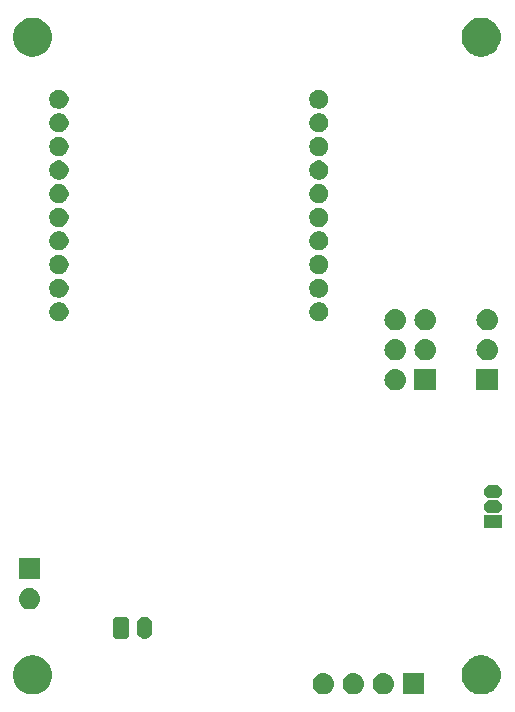
<source format=gbs>
G04 #@! TF.GenerationSoftware,KiCad,Pcbnew,(5.0.1-3-g963ef8bb5)*
G04 #@! TF.CreationDate,2018-11-27T14:45:56+00:00*
G04 #@! TF.ProjectId,xbee-sensor,786265652D73656E736F722E6B696361,rev?*
G04 #@! TF.SameCoordinates,Original*
G04 #@! TF.FileFunction,Soldermask,Bot*
G04 #@! TF.FilePolarity,Negative*
%FSLAX46Y46*%
G04 Gerber Fmt 4.6, Leading zero omitted, Abs format (unit mm)*
G04 Created by KiCad (PCBNEW (5.0.1-3-g963ef8bb5)) date Tuesday, 27 November 2018 at 14:45:56*
%MOMM*%
%LPD*%
G01*
G04 APERTURE LIST*
%ADD10C,0.100000*%
G04 APERTURE END LIST*
D10*
G36*
X149822094Y-150880723D02*
X149981579Y-150912447D01*
X150282042Y-151036903D01*
X150498077Y-151181253D01*
X150552453Y-151217586D01*
X150782414Y-151447547D01*
X150782415Y-151447549D01*
X150963097Y-151717958D01*
X151087553Y-152018421D01*
X151151000Y-152337391D01*
X151151000Y-152662609D01*
X151087553Y-152981579D01*
X150963097Y-153282042D01*
X150866488Y-153426627D01*
X150782414Y-153552453D01*
X150552453Y-153782414D01*
X150498077Y-153818747D01*
X150282042Y-153963097D01*
X149981579Y-154087553D01*
X149822094Y-154119276D01*
X149662610Y-154151000D01*
X149337390Y-154151000D01*
X149177906Y-154119276D01*
X149018421Y-154087553D01*
X148717958Y-153963097D01*
X148501923Y-153818747D01*
X148447547Y-153782414D01*
X148217586Y-153552453D01*
X148133512Y-153426627D01*
X148036903Y-153282042D01*
X147912447Y-152981579D01*
X147849000Y-152662609D01*
X147849000Y-152337391D01*
X147912447Y-152018421D01*
X148036903Y-151717958D01*
X148217585Y-151447549D01*
X148217586Y-151447547D01*
X148447547Y-151217586D01*
X148501923Y-151181253D01*
X148717958Y-151036903D01*
X149018421Y-150912447D01*
X149177906Y-150880723D01*
X149337390Y-150849000D01*
X149662610Y-150849000D01*
X149822094Y-150880723D01*
X149822094Y-150880723D01*
G37*
G36*
X144651000Y-154151000D02*
X142849000Y-154151000D01*
X142849000Y-152349000D01*
X144651000Y-152349000D01*
X144651000Y-154151000D01*
X144651000Y-154151000D01*
G37*
G36*
X141386627Y-152362037D02*
X141556466Y-152413557D01*
X141712988Y-152497220D01*
X141712989Y-152497221D01*
X141712991Y-152497222D01*
X141850185Y-152609815D01*
X141962778Y-152747009D01*
X142046443Y-152903534D01*
X142097963Y-153073373D01*
X142115359Y-153250000D01*
X142097963Y-153426627D01*
X142046443Y-153596466D01*
X141962778Y-153752991D01*
X141850185Y-153890185D01*
X141712991Y-154002778D01*
X141712989Y-154002779D01*
X141712988Y-154002780D01*
X141556466Y-154086443D01*
X141386627Y-154137963D01*
X141254260Y-154151000D01*
X141165740Y-154151000D01*
X141033373Y-154137963D01*
X140863534Y-154086443D01*
X140707012Y-154002780D01*
X140707011Y-154002779D01*
X140707009Y-154002778D01*
X140569815Y-153890185D01*
X140457222Y-153752991D01*
X140373557Y-153596466D01*
X140322037Y-153426627D01*
X140304641Y-153250000D01*
X140322037Y-153073373D01*
X140373557Y-152903534D01*
X140457222Y-152747009D01*
X140569815Y-152609815D01*
X140707009Y-152497222D01*
X140707011Y-152497221D01*
X140707012Y-152497220D01*
X140863534Y-152413557D01*
X141033373Y-152362037D01*
X141165740Y-152349000D01*
X141254260Y-152349000D01*
X141386627Y-152362037D01*
X141386627Y-152362037D01*
G37*
G36*
X138846627Y-152362037D02*
X139016466Y-152413557D01*
X139172988Y-152497220D01*
X139172989Y-152497221D01*
X139172991Y-152497222D01*
X139310185Y-152609815D01*
X139422778Y-152747009D01*
X139506443Y-152903534D01*
X139557963Y-153073373D01*
X139575359Y-153250000D01*
X139557963Y-153426627D01*
X139506443Y-153596466D01*
X139422778Y-153752991D01*
X139310185Y-153890185D01*
X139172991Y-154002778D01*
X139172989Y-154002779D01*
X139172988Y-154002780D01*
X139016466Y-154086443D01*
X138846627Y-154137963D01*
X138714260Y-154151000D01*
X138625740Y-154151000D01*
X138493373Y-154137963D01*
X138323534Y-154086443D01*
X138167012Y-154002780D01*
X138167011Y-154002779D01*
X138167009Y-154002778D01*
X138029815Y-153890185D01*
X137917222Y-153752991D01*
X137833557Y-153596466D01*
X137782037Y-153426627D01*
X137764641Y-153250000D01*
X137782037Y-153073373D01*
X137833557Y-152903534D01*
X137917222Y-152747009D01*
X138029815Y-152609815D01*
X138167009Y-152497222D01*
X138167011Y-152497221D01*
X138167012Y-152497220D01*
X138323534Y-152413557D01*
X138493373Y-152362037D01*
X138625740Y-152349000D01*
X138714260Y-152349000D01*
X138846627Y-152362037D01*
X138846627Y-152362037D01*
G37*
G36*
X136306627Y-152362037D02*
X136476466Y-152413557D01*
X136632988Y-152497220D01*
X136632989Y-152497221D01*
X136632991Y-152497222D01*
X136770185Y-152609815D01*
X136882778Y-152747009D01*
X136966443Y-152903534D01*
X137017963Y-153073373D01*
X137035359Y-153250000D01*
X137017963Y-153426627D01*
X136966443Y-153596466D01*
X136882778Y-153752991D01*
X136770185Y-153890185D01*
X136632991Y-154002778D01*
X136632989Y-154002779D01*
X136632988Y-154002780D01*
X136476466Y-154086443D01*
X136306627Y-154137963D01*
X136174260Y-154151000D01*
X136085740Y-154151000D01*
X135953373Y-154137963D01*
X135783534Y-154086443D01*
X135627012Y-154002780D01*
X135627011Y-154002779D01*
X135627009Y-154002778D01*
X135489815Y-153890185D01*
X135377222Y-153752991D01*
X135293557Y-153596466D01*
X135242037Y-153426627D01*
X135224641Y-153250000D01*
X135242037Y-153073373D01*
X135293557Y-152903534D01*
X135377222Y-152747009D01*
X135489815Y-152609815D01*
X135627009Y-152497222D01*
X135627011Y-152497221D01*
X135627012Y-152497220D01*
X135783534Y-152413557D01*
X135953373Y-152362037D01*
X136085740Y-152349000D01*
X136174260Y-152349000D01*
X136306627Y-152362037D01*
X136306627Y-152362037D01*
G37*
G36*
X111822094Y-150880723D02*
X111981579Y-150912447D01*
X112282042Y-151036903D01*
X112498077Y-151181253D01*
X112552453Y-151217586D01*
X112782414Y-151447547D01*
X112782415Y-151447549D01*
X112963097Y-151717958D01*
X113087553Y-152018421D01*
X113151000Y-152337391D01*
X113151000Y-152662609D01*
X113087553Y-152981579D01*
X112963097Y-153282042D01*
X112866488Y-153426627D01*
X112782414Y-153552453D01*
X112552453Y-153782414D01*
X112498077Y-153818747D01*
X112282042Y-153963097D01*
X111981579Y-154087553D01*
X111822094Y-154119276D01*
X111662610Y-154151000D01*
X111337390Y-154151000D01*
X111177906Y-154119276D01*
X111018421Y-154087553D01*
X110717958Y-153963097D01*
X110501923Y-153818747D01*
X110447547Y-153782414D01*
X110217586Y-153552453D01*
X110133512Y-153426627D01*
X110036903Y-153282042D01*
X109912447Y-152981579D01*
X109849000Y-152662609D01*
X109849000Y-152337391D01*
X109912447Y-152018421D01*
X110036903Y-151717958D01*
X110217585Y-151447549D01*
X110217586Y-151447547D01*
X110447547Y-151217586D01*
X110501923Y-151181253D01*
X110717958Y-151036903D01*
X111018421Y-150912447D01*
X111177906Y-150880723D01*
X111337390Y-150849000D01*
X111662610Y-150849000D01*
X111822094Y-150880723D01*
X111822094Y-150880723D01*
G37*
G36*
X121127617Y-147583420D02*
X121250331Y-147620645D01*
X121363423Y-147681093D01*
X121412989Y-147721771D01*
X121462551Y-147762445D01*
X121462555Y-147762449D01*
X121543905Y-147861573D01*
X121604355Y-147974668D01*
X121641580Y-148097382D01*
X121651000Y-148193025D01*
X121651000Y-148806975D01*
X121641580Y-148902618D01*
X121604355Y-149025332D01*
X121543907Y-149138424D01*
X121462553Y-149237553D01*
X121363424Y-149318907D01*
X121250332Y-149379355D01*
X121127618Y-149416580D01*
X121000000Y-149429149D01*
X120872383Y-149416580D01*
X120749669Y-149379355D01*
X120636577Y-149318907D01*
X120537445Y-149237551D01*
X120456095Y-149138427D01*
X120395645Y-149025332D01*
X120358420Y-148902618D01*
X120349000Y-148806975D01*
X120349000Y-148193026D01*
X120358420Y-148097383D01*
X120395645Y-147974669D01*
X120456093Y-147861577D01*
X120532150Y-147768902D01*
X120537447Y-147762447D01*
X120584862Y-147723534D01*
X120636573Y-147681095D01*
X120749668Y-147620645D01*
X120872382Y-147583420D01*
X121000000Y-147570851D01*
X121127617Y-147583420D01*
X121127617Y-147583420D01*
G37*
G36*
X119456098Y-147578888D02*
X119501466Y-147592650D01*
X119543274Y-147614998D01*
X119579924Y-147645076D01*
X119610002Y-147681726D01*
X119632350Y-147723534D01*
X119646112Y-147768902D01*
X119651000Y-147818536D01*
X119651000Y-149181464D01*
X119646112Y-149231098D01*
X119632350Y-149276466D01*
X119610002Y-149318274D01*
X119579924Y-149354924D01*
X119543274Y-149385002D01*
X119501466Y-149407350D01*
X119456098Y-149421112D01*
X119406464Y-149426000D01*
X118593536Y-149426000D01*
X118543902Y-149421112D01*
X118498534Y-149407350D01*
X118456726Y-149385002D01*
X118420076Y-149354924D01*
X118389998Y-149318274D01*
X118367650Y-149276466D01*
X118353888Y-149231098D01*
X118349000Y-149181464D01*
X118349000Y-147818536D01*
X118353888Y-147768902D01*
X118367650Y-147723534D01*
X118389998Y-147681726D01*
X118420076Y-147645076D01*
X118456726Y-147614998D01*
X118498534Y-147592650D01*
X118543902Y-147578888D01*
X118593536Y-147574000D01*
X119406464Y-147574000D01*
X119456098Y-147578888D01*
X119456098Y-147578888D01*
G37*
G36*
X111426627Y-145152037D02*
X111596466Y-145203557D01*
X111752988Y-145287220D01*
X111752989Y-145287221D01*
X111752991Y-145287222D01*
X111890185Y-145399815D01*
X112002778Y-145537009D01*
X112086443Y-145693534D01*
X112137963Y-145863373D01*
X112155359Y-146040000D01*
X112137963Y-146216627D01*
X112086443Y-146386466D01*
X112002778Y-146542991D01*
X111890185Y-146680185D01*
X111752991Y-146792778D01*
X111752989Y-146792779D01*
X111752988Y-146792780D01*
X111596466Y-146876443D01*
X111426627Y-146927963D01*
X111294260Y-146941000D01*
X111205740Y-146941000D01*
X111073373Y-146927963D01*
X110903534Y-146876443D01*
X110747012Y-146792780D01*
X110747011Y-146792779D01*
X110747009Y-146792778D01*
X110609815Y-146680185D01*
X110497222Y-146542991D01*
X110413557Y-146386466D01*
X110362037Y-146216627D01*
X110344641Y-146040000D01*
X110362037Y-145863373D01*
X110413557Y-145693534D01*
X110497222Y-145537009D01*
X110609815Y-145399815D01*
X110747009Y-145287222D01*
X110747011Y-145287221D01*
X110747012Y-145287220D01*
X110903534Y-145203557D01*
X111073373Y-145152037D01*
X111205740Y-145139000D01*
X111294260Y-145139000D01*
X111426627Y-145152037D01*
X111426627Y-145152037D01*
G37*
G36*
X112151000Y-144401000D02*
X110349000Y-144401000D01*
X110349000Y-142599000D01*
X112151000Y-142599000D01*
X112151000Y-144401000D01*
X112151000Y-144401000D01*
G37*
G36*
X151301000Y-140076000D02*
X149699000Y-140076000D01*
X149699000Y-138924000D01*
X151301000Y-138924000D01*
X151301000Y-140076000D01*
X151301000Y-140076000D01*
G37*
G36*
X150837916Y-137662334D02*
X150946492Y-137695271D01*
X151046557Y-137748756D01*
X151134264Y-137820736D01*
X151206244Y-137908443D01*
X151259729Y-138008508D01*
X151292666Y-138117084D01*
X151303787Y-138230000D01*
X151292666Y-138342916D01*
X151259729Y-138451492D01*
X151206244Y-138551557D01*
X151134264Y-138639264D01*
X151046557Y-138711244D01*
X150946492Y-138764729D01*
X150837916Y-138797666D01*
X150753298Y-138806000D01*
X150246702Y-138806000D01*
X150162084Y-138797666D01*
X150053508Y-138764729D01*
X149953443Y-138711244D01*
X149865736Y-138639264D01*
X149793756Y-138551557D01*
X149740271Y-138451492D01*
X149707334Y-138342916D01*
X149696213Y-138230000D01*
X149707334Y-138117084D01*
X149740271Y-138008508D01*
X149793756Y-137908443D01*
X149865736Y-137820736D01*
X149953443Y-137748756D01*
X150053508Y-137695271D01*
X150162084Y-137662334D01*
X150246702Y-137654000D01*
X150753298Y-137654000D01*
X150837916Y-137662334D01*
X150837916Y-137662334D01*
G37*
G36*
X150837916Y-136392334D02*
X150946492Y-136425271D01*
X151046557Y-136478756D01*
X151134264Y-136550736D01*
X151206244Y-136638443D01*
X151259729Y-136738508D01*
X151292666Y-136847084D01*
X151303787Y-136960000D01*
X151292666Y-137072916D01*
X151259729Y-137181492D01*
X151206244Y-137281557D01*
X151134264Y-137369264D01*
X151046557Y-137441244D01*
X150946492Y-137494729D01*
X150837916Y-137527666D01*
X150753298Y-137536000D01*
X150246702Y-137536000D01*
X150162084Y-137527666D01*
X150053508Y-137494729D01*
X149953443Y-137441244D01*
X149865736Y-137369264D01*
X149793756Y-137281557D01*
X149740271Y-137181492D01*
X149707334Y-137072916D01*
X149696213Y-136960000D01*
X149707334Y-136847084D01*
X149740271Y-136738508D01*
X149793756Y-136638443D01*
X149865736Y-136550736D01*
X149953443Y-136478756D01*
X150053508Y-136425271D01*
X150162084Y-136392334D01*
X150246702Y-136384000D01*
X150753298Y-136384000D01*
X150837916Y-136392334D01*
X150837916Y-136392334D01*
G37*
G36*
X150901000Y-128401000D02*
X149099000Y-128401000D01*
X149099000Y-126599000D01*
X150901000Y-126599000D01*
X150901000Y-128401000D01*
X150901000Y-128401000D01*
G37*
G36*
X142386627Y-126612037D02*
X142556466Y-126663557D01*
X142712988Y-126747220D01*
X142712989Y-126747221D01*
X142712991Y-126747222D01*
X142850185Y-126859815D01*
X142962778Y-126997009D01*
X143046443Y-127153534D01*
X143097963Y-127323373D01*
X143115359Y-127500000D01*
X143097963Y-127676627D01*
X143046443Y-127846466D01*
X142962778Y-128002991D01*
X142850185Y-128140185D01*
X142712991Y-128252778D01*
X142712989Y-128252779D01*
X142712988Y-128252780D01*
X142556466Y-128336443D01*
X142386627Y-128387963D01*
X142254260Y-128401000D01*
X142165740Y-128401000D01*
X142033373Y-128387963D01*
X141863534Y-128336443D01*
X141707012Y-128252780D01*
X141707011Y-128252779D01*
X141707009Y-128252778D01*
X141569815Y-128140185D01*
X141457222Y-128002991D01*
X141373557Y-127846466D01*
X141322037Y-127676627D01*
X141304641Y-127500000D01*
X141322037Y-127323373D01*
X141373557Y-127153534D01*
X141457222Y-126997009D01*
X141569815Y-126859815D01*
X141707009Y-126747222D01*
X141707011Y-126747221D01*
X141707012Y-126747220D01*
X141863534Y-126663557D01*
X142033373Y-126612037D01*
X142165740Y-126599000D01*
X142254260Y-126599000D01*
X142386627Y-126612037D01*
X142386627Y-126612037D01*
G37*
G36*
X145651000Y-128401000D02*
X143849000Y-128401000D01*
X143849000Y-126599000D01*
X145651000Y-126599000D01*
X145651000Y-128401000D01*
X145651000Y-128401000D01*
G37*
G36*
X150176627Y-124072037D02*
X150346466Y-124123557D01*
X150502988Y-124207220D01*
X150502989Y-124207221D01*
X150502991Y-124207222D01*
X150640185Y-124319815D01*
X150752778Y-124457009D01*
X150836443Y-124613534D01*
X150887963Y-124783373D01*
X150905359Y-124960000D01*
X150887963Y-125136627D01*
X150836443Y-125306466D01*
X150752778Y-125462991D01*
X150640185Y-125600185D01*
X150502991Y-125712778D01*
X150502989Y-125712779D01*
X150502988Y-125712780D01*
X150346466Y-125796443D01*
X150176627Y-125847963D01*
X150044260Y-125861000D01*
X149955740Y-125861000D01*
X149823373Y-125847963D01*
X149653534Y-125796443D01*
X149497012Y-125712780D01*
X149497011Y-125712779D01*
X149497009Y-125712778D01*
X149359815Y-125600185D01*
X149247222Y-125462991D01*
X149163557Y-125306466D01*
X149112037Y-125136627D01*
X149094641Y-124960000D01*
X149112037Y-124783373D01*
X149163557Y-124613534D01*
X149247222Y-124457009D01*
X149359815Y-124319815D01*
X149497009Y-124207222D01*
X149497011Y-124207221D01*
X149497012Y-124207220D01*
X149653534Y-124123557D01*
X149823373Y-124072037D01*
X149955740Y-124059000D01*
X150044260Y-124059000D01*
X150176627Y-124072037D01*
X150176627Y-124072037D01*
G37*
G36*
X142386627Y-124072037D02*
X142556466Y-124123557D01*
X142712988Y-124207220D01*
X142712989Y-124207221D01*
X142712991Y-124207222D01*
X142850185Y-124319815D01*
X142962778Y-124457009D01*
X143046443Y-124613534D01*
X143097963Y-124783373D01*
X143115359Y-124960000D01*
X143097963Y-125136627D01*
X143046443Y-125306466D01*
X142962778Y-125462991D01*
X142850185Y-125600185D01*
X142712991Y-125712778D01*
X142712989Y-125712779D01*
X142712988Y-125712780D01*
X142556466Y-125796443D01*
X142386627Y-125847963D01*
X142254260Y-125861000D01*
X142165740Y-125861000D01*
X142033373Y-125847963D01*
X141863534Y-125796443D01*
X141707012Y-125712780D01*
X141707011Y-125712779D01*
X141707009Y-125712778D01*
X141569815Y-125600185D01*
X141457222Y-125462991D01*
X141373557Y-125306466D01*
X141322037Y-125136627D01*
X141304641Y-124960000D01*
X141322037Y-124783373D01*
X141373557Y-124613534D01*
X141457222Y-124457009D01*
X141569815Y-124319815D01*
X141707009Y-124207222D01*
X141707011Y-124207221D01*
X141707012Y-124207220D01*
X141863534Y-124123557D01*
X142033373Y-124072037D01*
X142165740Y-124059000D01*
X142254260Y-124059000D01*
X142386627Y-124072037D01*
X142386627Y-124072037D01*
G37*
G36*
X144926627Y-124072037D02*
X145096466Y-124123557D01*
X145252988Y-124207220D01*
X145252989Y-124207221D01*
X145252991Y-124207222D01*
X145390185Y-124319815D01*
X145502778Y-124457009D01*
X145586443Y-124613534D01*
X145637963Y-124783373D01*
X145655359Y-124960000D01*
X145637963Y-125136627D01*
X145586443Y-125306466D01*
X145502778Y-125462991D01*
X145390185Y-125600185D01*
X145252991Y-125712778D01*
X145252989Y-125712779D01*
X145252988Y-125712780D01*
X145096466Y-125796443D01*
X144926627Y-125847963D01*
X144794260Y-125861000D01*
X144705740Y-125861000D01*
X144573373Y-125847963D01*
X144403534Y-125796443D01*
X144247012Y-125712780D01*
X144247011Y-125712779D01*
X144247009Y-125712778D01*
X144109815Y-125600185D01*
X143997222Y-125462991D01*
X143913557Y-125306466D01*
X143862037Y-125136627D01*
X143844641Y-124960000D01*
X143862037Y-124783373D01*
X143913557Y-124613534D01*
X143997222Y-124457009D01*
X144109815Y-124319815D01*
X144247009Y-124207222D01*
X144247011Y-124207221D01*
X144247012Y-124207220D01*
X144403534Y-124123557D01*
X144573373Y-124072037D01*
X144705740Y-124059000D01*
X144794260Y-124059000D01*
X144926627Y-124072037D01*
X144926627Y-124072037D01*
G37*
G36*
X150176627Y-121532037D02*
X150346466Y-121583557D01*
X150502988Y-121667220D01*
X150502989Y-121667221D01*
X150502991Y-121667222D01*
X150640185Y-121779815D01*
X150752778Y-121917009D01*
X150836443Y-122073534D01*
X150887963Y-122243373D01*
X150905359Y-122420000D01*
X150887963Y-122596627D01*
X150836443Y-122766466D01*
X150752778Y-122922991D01*
X150640185Y-123060185D01*
X150502991Y-123172778D01*
X150502989Y-123172779D01*
X150502988Y-123172780D01*
X150346466Y-123256443D01*
X150176627Y-123307963D01*
X150044260Y-123321000D01*
X149955740Y-123321000D01*
X149823373Y-123307963D01*
X149653534Y-123256443D01*
X149497012Y-123172780D01*
X149497011Y-123172779D01*
X149497009Y-123172778D01*
X149359815Y-123060185D01*
X149247222Y-122922991D01*
X149163557Y-122766466D01*
X149112037Y-122596627D01*
X149094641Y-122420000D01*
X149112037Y-122243373D01*
X149163557Y-122073534D01*
X149247222Y-121917009D01*
X149359815Y-121779815D01*
X149497009Y-121667222D01*
X149497011Y-121667221D01*
X149497012Y-121667220D01*
X149653534Y-121583557D01*
X149823373Y-121532037D01*
X149955740Y-121519000D01*
X150044260Y-121519000D01*
X150176627Y-121532037D01*
X150176627Y-121532037D01*
G37*
G36*
X144926627Y-121532037D02*
X145096466Y-121583557D01*
X145252988Y-121667220D01*
X145252989Y-121667221D01*
X145252991Y-121667222D01*
X145390185Y-121779815D01*
X145502778Y-121917009D01*
X145586443Y-122073534D01*
X145637963Y-122243373D01*
X145655359Y-122420000D01*
X145637963Y-122596627D01*
X145586443Y-122766466D01*
X145502778Y-122922991D01*
X145390185Y-123060185D01*
X145252991Y-123172778D01*
X145252989Y-123172779D01*
X145252988Y-123172780D01*
X145096466Y-123256443D01*
X144926627Y-123307963D01*
X144794260Y-123321000D01*
X144705740Y-123321000D01*
X144573373Y-123307963D01*
X144403534Y-123256443D01*
X144247012Y-123172780D01*
X144247011Y-123172779D01*
X144247009Y-123172778D01*
X144109815Y-123060185D01*
X143997222Y-122922991D01*
X143913557Y-122766466D01*
X143862037Y-122596627D01*
X143844641Y-122420000D01*
X143862037Y-122243373D01*
X143913557Y-122073534D01*
X143997222Y-121917009D01*
X144109815Y-121779815D01*
X144247009Y-121667222D01*
X144247011Y-121667221D01*
X144247012Y-121667220D01*
X144403534Y-121583557D01*
X144573373Y-121532037D01*
X144705740Y-121519000D01*
X144794260Y-121519000D01*
X144926627Y-121532037D01*
X144926627Y-121532037D01*
G37*
G36*
X142386627Y-121532037D02*
X142556466Y-121583557D01*
X142712988Y-121667220D01*
X142712989Y-121667221D01*
X142712991Y-121667222D01*
X142850185Y-121779815D01*
X142962778Y-121917009D01*
X143046443Y-122073534D01*
X143097963Y-122243373D01*
X143115359Y-122420000D01*
X143097963Y-122596627D01*
X143046443Y-122766466D01*
X142962778Y-122922991D01*
X142850185Y-123060185D01*
X142712991Y-123172778D01*
X142712989Y-123172779D01*
X142712988Y-123172780D01*
X142556466Y-123256443D01*
X142386627Y-123307963D01*
X142254260Y-123321000D01*
X142165740Y-123321000D01*
X142033373Y-123307963D01*
X141863534Y-123256443D01*
X141707012Y-123172780D01*
X141707011Y-123172779D01*
X141707009Y-123172778D01*
X141569815Y-123060185D01*
X141457222Y-122922991D01*
X141373557Y-122766466D01*
X141322037Y-122596627D01*
X141304641Y-122420000D01*
X141322037Y-122243373D01*
X141373557Y-122073534D01*
X141457222Y-121917009D01*
X141569815Y-121779815D01*
X141707009Y-121667222D01*
X141707011Y-121667221D01*
X141707012Y-121667220D01*
X141863534Y-121583557D01*
X142033373Y-121532037D01*
X142165740Y-121519000D01*
X142254260Y-121519000D01*
X142386627Y-121532037D01*
X142386627Y-121532037D01*
G37*
G36*
X135987142Y-120968242D02*
X136135101Y-121029529D01*
X136268259Y-121118502D01*
X136381498Y-121231741D01*
X136470471Y-121364899D01*
X136531758Y-121512858D01*
X136563000Y-121669925D01*
X136563000Y-121830075D01*
X136531758Y-121987142D01*
X136470471Y-122135101D01*
X136381498Y-122268259D01*
X136268259Y-122381498D01*
X136135101Y-122470471D01*
X135987142Y-122531758D01*
X135830075Y-122563000D01*
X135669925Y-122563000D01*
X135512858Y-122531758D01*
X135364899Y-122470471D01*
X135231741Y-122381498D01*
X135118502Y-122268259D01*
X135029529Y-122135101D01*
X134968242Y-121987142D01*
X134937000Y-121830075D01*
X134937000Y-121669925D01*
X134968242Y-121512858D01*
X135029529Y-121364899D01*
X135118502Y-121231741D01*
X135231741Y-121118502D01*
X135364899Y-121029529D01*
X135512858Y-120968242D01*
X135669925Y-120937000D01*
X135830075Y-120937000D01*
X135987142Y-120968242D01*
X135987142Y-120968242D01*
G37*
G36*
X113987142Y-120968242D02*
X114135101Y-121029529D01*
X114268259Y-121118502D01*
X114381498Y-121231741D01*
X114470471Y-121364899D01*
X114531758Y-121512858D01*
X114563000Y-121669925D01*
X114563000Y-121830075D01*
X114531758Y-121987142D01*
X114470471Y-122135101D01*
X114381498Y-122268259D01*
X114268259Y-122381498D01*
X114135101Y-122470471D01*
X113987142Y-122531758D01*
X113830075Y-122563000D01*
X113669925Y-122563000D01*
X113512858Y-122531758D01*
X113364899Y-122470471D01*
X113231741Y-122381498D01*
X113118502Y-122268259D01*
X113029529Y-122135101D01*
X112968242Y-121987142D01*
X112937000Y-121830075D01*
X112937000Y-121669925D01*
X112968242Y-121512858D01*
X113029529Y-121364899D01*
X113118502Y-121231741D01*
X113231741Y-121118502D01*
X113364899Y-121029529D01*
X113512858Y-120968242D01*
X113669925Y-120937000D01*
X113830075Y-120937000D01*
X113987142Y-120968242D01*
X113987142Y-120968242D01*
G37*
G36*
X113987142Y-118968242D02*
X114135101Y-119029529D01*
X114268259Y-119118502D01*
X114381498Y-119231741D01*
X114470471Y-119364899D01*
X114531758Y-119512858D01*
X114563000Y-119669925D01*
X114563000Y-119830075D01*
X114531758Y-119987142D01*
X114470471Y-120135101D01*
X114381498Y-120268259D01*
X114268259Y-120381498D01*
X114135101Y-120470471D01*
X113987142Y-120531758D01*
X113830075Y-120563000D01*
X113669925Y-120563000D01*
X113512858Y-120531758D01*
X113364899Y-120470471D01*
X113231741Y-120381498D01*
X113118502Y-120268259D01*
X113029529Y-120135101D01*
X112968242Y-119987142D01*
X112937000Y-119830075D01*
X112937000Y-119669925D01*
X112968242Y-119512858D01*
X113029529Y-119364899D01*
X113118502Y-119231741D01*
X113231741Y-119118502D01*
X113364899Y-119029529D01*
X113512858Y-118968242D01*
X113669925Y-118937000D01*
X113830075Y-118937000D01*
X113987142Y-118968242D01*
X113987142Y-118968242D01*
G37*
G36*
X135987142Y-118968242D02*
X136135101Y-119029529D01*
X136268259Y-119118502D01*
X136381498Y-119231741D01*
X136470471Y-119364899D01*
X136531758Y-119512858D01*
X136563000Y-119669925D01*
X136563000Y-119830075D01*
X136531758Y-119987142D01*
X136470471Y-120135101D01*
X136381498Y-120268259D01*
X136268259Y-120381498D01*
X136135101Y-120470471D01*
X135987142Y-120531758D01*
X135830075Y-120563000D01*
X135669925Y-120563000D01*
X135512858Y-120531758D01*
X135364899Y-120470471D01*
X135231741Y-120381498D01*
X135118502Y-120268259D01*
X135029529Y-120135101D01*
X134968242Y-119987142D01*
X134937000Y-119830075D01*
X134937000Y-119669925D01*
X134968242Y-119512858D01*
X135029529Y-119364899D01*
X135118502Y-119231741D01*
X135231741Y-119118502D01*
X135364899Y-119029529D01*
X135512858Y-118968242D01*
X135669925Y-118937000D01*
X135830075Y-118937000D01*
X135987142Y-118968242D01*
X135987142Y-118968242D01*
G37*
G36*
X113987142Y-116968242D02*
X114135101Y-117029529D01*
X114268259Y-117118502D01*
X114381498Y-117231741D01*
X114470471Y-117364899D01*
X114531758Y-117512858D01*
X114563000Y-117669925D01*
X114563000Y-117830075D01*
X114531758Y-117987142D01*
X114470471Y-118135101D01*
X114381498Y-118268259D01*
X114268259Y-118381498D01*
X114135101Y-118470471D01*
X113987142Y-118531758D01*
X113830075Y-118563000D01*
X113669925Y-118563000D01*
X113512858Y-118531758D01*
X113364899Y-118470471D01*
X113231741Y-118381498D01*
X113118502Y-118268259D01*
X113029529Y-118135101D01*
X112968242Y-117987142D01*
X112937000Y-117830075D01*
X112937000Y-117669925D01*
X112968242Y-117512858D01*
X113029529Y-117364899D01*
X113118502Y-117231741D01*
X113231741Y-117118502D01*
X113364899Y-117029529D01*
X113512858Y-116968242D01*
X113669925Y-116937000D01*
X113830075Y-116937000D01*
X113987142Y-116968242D01*
X113987142Y-116968242D01*
G37*
G36*
X135987142Y-116968242D02*
X136135101Y-117029529D01*
X136268259Y-117118502D01*
X136381498Y-117231741D01*
X136470471Y-117364899D01*
X136531758Y-117512858D01*
X136563000Y-117669925D01*
X136563000Y-117830075D01*
X136531758Y-117987142D01*
X136470471Y-118135101D01*
X136381498Y-118268259D01*
X136268259Y-118381498D01*
X136135101Y-118470471D01*
X135987142Y-118531758D01*
X135830075Y-118563000D01*
X135669925Y-118563000D01*
X135512858Y-118531758D01*
X135364899Y-118470471D01*
X135231741Y-118381498D01*
X135118502Y-118268259D01*
X135029529Y-118135101D01*
X134968242Y-117987142D01*
X134937000Y-117830075D01*
X134937000Y-117669925D01*
X134968242Y-117512858D01*
X135029529Y-117364899D01*
X135118502Y-117231741D01*
X135231741Y-117118502D01*
X135364899Y-117029529D01*
X135512858Y-116968242D01*
X135669925Y-116937000D01*
X135830075Y-116937000D01*
X135987142Y-116968242D01*
X135987142Y-116968242D01*
G37*
G36*
X135987142Y-114968242D02*
X136135101Y-115029529D01*
X136268259Y-115118502D01*
X136381498Y-115231741D01*
X136470471Y-115364899D01*
X136531758Y-115512858D01*
X136563000Y-115669925D01*
X136563000Y-115830075D01*
X136531758Y-115987142D01*
X136470471Y-116135101D01*
X136381498Y-116268259D01*
X136268259Y-116381498D01*
X136135101Y-116470471D01*
X135987142Y-116531758D01*
X135830075Y-116563000D01*
X135669925Y-116563000D01*
X135512858Y-116531758D01*
X135364899Y-116470471D01*
X135231741Y-116381498D01*
X135118502Y-116268259D01*
X135029529Y-116135101D01*
X134968242Y-115987142D01*
X134937000Y-115830075D01*
X134937000Y-115669925D01*
X134968242Y-115512858D01*
X135029529Y-115364899D01*
X135118502Y-115231741D01*
X135231741Y-115118502D01*
X135364899Y-115029529D01*
X135512858Y-114968242D01*
X135669925Y-114937000D01*
X135830075Y-114937000D01*
X135987142Y-114968242D01*
X135987142Y-114968242D01*
G37*
G36*
X113987142Y-114968242D02*
X114135101Y-115029529D01*
X114268259Y-115118502D01*
X114381498Y-115231741D01*
X114470471Y-115364899D01*
X114531758Y-115512858D01*
X114563000Y-115669925D01*
X114563000Y-115830075D01*
X114531758Y-115987142D01*
X114470471Y-116135101D01*
X114381498Y-116268259D01*
X114268259Y-116381498D01*
X114135101Y-116470471D01*
X113987142Y-116531758D01*
X113830075Y-116563000D01*
X113669925Y-116563000D01*
X113512858Y-116531758D01*
X113364899Y-116470471D01*
X113231741Y-116381498D01*
X113118502Y-116268259D01*
X113029529Y-116135101D01*
X112968242Y-115987142D01*
X112937000Y-115830075D01*
X112937000Y-115669925D01*
X112968242Y-115512858D01*
X113029529Y-115364899D01*
X113118502Y-115231741D01*
X113231741Y-115118502D01*
X113364899Y-115029529D01*
X113512858Y-114968242D01*
X113669925Y-114937000D01*
X113830075Y-114937000D01*
X113987142Y-114968242D01*
X113987142Y-114968242D01*
G37*
G36*
X135987142Y-112968242D02*
X136135101Y-113029529D01*
X136268259Y-113118502D01*
X136381498Y-113231741D01*
X136470471Y-113364899D01*
X136531758Y-113512858D01*
X136563000Y-113669925D01*
X136563000Y-113830075D01*
X136531758Y-113987142D01*
X136470471Y-114135101D01*
X136381498Y-114268259D01*
X136268259Y-114381498D01*
X136135101Y-114470471D01*
X135987142Y-114531758D01*
X135830075Y-114563000D01*
X135669925Y-114563000D01*
X135512858Y-114531758D01*
X135364899Y-114470471D01*
X135231741Y-114381498D01*
X135118502Y-114268259D01*
X135029529Y-114135101D01*
X134968242Y-113987142D01*
X134937000Y-113830075D01*
X134937000Y-113669925D01*
X134968242Y-113512858D01*
X135029529Y-113364899D01*
X135118502Y-113231741D01*
X135231741Y-113118502D01*
X135364899Y-113029529D01*
X135512858Y-112968242D01*
X135669925Y-112937000D01*
X135830075Y-112937000D01*
X135987142Y-112968242D01*
X135987142Y-112968242D01*
G37*
G36*
X113987142Y-112968242D02*
X114135101Y-113029529D01*
X114268259Y-113118502D01*
X114381498Y-113231741D01*
X114470471Y-113364899D01*
X114531758Y-113512858D01*
X114563000Y-113669925D01*
X114563000Y-113830075D01*
X114531758Y-113987142D01*
X114470471Y-114135101D01*
X114381498Y-114268259D01*
X114268259Y-114381498D01*
X114135101Y-114470471D01*
X113987142Y-114531758D01*
X113830075Y-114563000D01*
X113669925Y-114563000D01*
X113512858Y-114531758D01*
X113364899Y-114470471D01*
X113231741Y-114381498D01*
X113118502Y-114268259D01*
X113029529Y-114135101D01*
X112968242Y-113987142D01*
X112937000Y-113830075D01*
X112937000Y-113669925D01*
X112968242Y-113512858D01*
X113029529Y-113364899D01*
X113118502Y-113231741D01*
X113231741Y-113118502D01*
X113364899Y-113029529D01*
X113512858Y-112968242D01*
X113669925Y-112937000D01*
X113830075Y-112937000D01*
X113987142Y-112968242D01*
X113987142Y-112968242D01*
G37*
G36*
X135987142Y-110968242D02*
X136135101Y-111029529D01*
X136268259Y-111118502D01*
X136381498Y-111231741D01*
X136470471Y-111364899D01*
X136531758Y-111512858D01*
X136563000Y-111669925D01*
X136563000Y-111830075D01*
X136531758Y-111987142D01*
X136470471Y-112135101D01*
X136381498Y-112268259D01*
X136268259Y-112381498D01*
X136135101Y-112470471D01*
X135987142Y-112531758D01*
X135830075Y-112563000D01*
X135669925Y-112563000D01*
X135512858Y-112531758D01*
X135364899Y-112470471D01*
X135231741Y-112381498D01*
X135118502Y-112268259D01*
X135029529Y-112135101D01*
X134968242Y-111987142D01*
X134937000Y-111830075D01*
X134937000Y-111669925D01*
X134968242Y-111512858D01*
X135029529Y-111364899D01*
X135118502Y-111231741D01*
X135231741Y-111118502D01*
X135364899Y-111029529D01*
X135512858Y-110968242D01*
X135669925Y-110937000D01*
X135830075Y-110937000D01*
X135987142Y-110968242D01*
X135987142Y-110968242D01*
G37*
G36*
X113987142Y-110968242D02*
X114135101Y-111029529D01*
X114268259Y-111118502D01*
X114381498Y-111231741D01*
X114470471Y-111364899D01*
X114531758Y-111512858D01*
X114563000Y-111669925D01*
X114563000Y-111830075D01*
X114531758Y-111987142D01*
X114470471Y-112135101D01*
X114381498Y-112268259D01*
X114268259Y-112381498D01*
X114135101Y-112470471D01*
X113987142Y-112531758D01*
X113830075Y-112563000D01*
X113669925Y-112563000D01*
X113512858Y-112531758D01*
X113364899Y-112470471D01*
X113231741Y-112381498D01*
X113118502Y-112268259D01*
X113029529Y-112135101D01*
X112968242Y-111987142D01*
X112937000Y-111830075D01*
X112937000Y-111669925D01*
X112968242Y-111512858D01*
X113029529Y-111364899D01*
X113118502Y-111231741D01*
X113231741Y-111118502D01*
X113364899Y-111029529D01*
X113512858Y-110968242D01*
X113669925Y-110937000D01*
X113830075Y-110937000D01*
X113987142Y-110968242D01*
X113987142Y-110968242D01*
G37*
G36*
X113987142Y-108968242D02*
X114135101Y-109029529D01*
X114268259Y-109118502D01*
X114381498Y-109231741D01*
X114470471Y-109364899D01*
X114531758Y-109512858D01*
X114563000Y-109669925D01*
X114563000Y-109830075D01*
X114531758Y-109987142D01*
X114470471Y-110135101D01*
X114381498Y-110268259D01*
X114268259Y-110381498D01*
X114135101Y-110470471D01*
X113987142Y-110531758D01*
X113830075Y-110563000D01*
X113669925Y-110563000D01*
X113512858Y-110531758D01*
X113364899Y-110470471D01*
X113231741Y-110381498D01*
X113118502Y-110268259D01*
X113029529Y-110135101D01*
X112968242Y-109987142D01*
X112937000Y-109830075D01*
X112937000Y-109669925D01*
X112968242Y-109512858D01*
X113029529Y-109364899D01*
X113118502Y-109231741D01*
X113231741Y-109118502D01*
X113364899Y-109029529D01*
X113512858Y-108968242D01*
X113669925Y-108937000D01*
X113830075Y-108937000D01*
X113987142Y-108968242D01*
X113987142Y-108968242D01*
G37*
G36*
X135987142Y-108968242D02*
X136135101Y-109029529D01*
X136268259Y-109118502D01*
X136381498Y-109231741D01*
X136470471Y-109364899D01*
X136531758Y-109512858D01*
X136563000Y-109669925D01*
X136563000Y-109830075D01*
X136531758Y-109987142D01*
X136470471Y-110135101D01*
X136381498Y-110268259D01*
X136268259Y-110381498D01*
X136135101Y-110470471D01*
X135987142Y-110531758D01*
X135830075Y-110563000D01*
X135669925Y-110563000D01*
X135512858Y-110531758D01*
X135364899Y-110470471D01*
X135231741Y-110381498D01*
X135118502Y-110268259D01*
X135029529Y-110135101D01*
X134968242Y-109987142D01*
X134937000Y-109830075D01*
X134937000Y-109669925D01*
X134968242Y-109512858D01*
X135029529Y-109364899D01*
X135118502Y-109231741D01*
X135231741Y-109118502D01*
X135364899Y-109029529D01*
X135512858Y-108968242D01*
X135669925Y-108937000D01*
X135830075Y-108937000D01*
X135987142Y-108968242D01*
X135987142Y-108968242D01*
G37*
G36*
X113987142Y-106968242D02*
X114135101Y-107029529D01*
X114268259Y-107118502D01*
X114381498Y-107231741D01*
X114470471Y-107364899D01*
X114531758Y-107512858D01*
X114563000Y-107669925D01*
X114563000Y-107830075D01*
X114531758Y-107987142D01*
X114470471Y-108135101D01*
X114381498Y-108268259D01*
X114268259Y-108381498D01*
X114135101Y-108470471D01*
X113987142Y-108531758D01*
X113830075Y-108563000D01*
X113669925Y-108563000D01*
X113512858Y-108531758D01*
X113364899Y-108470471D01*
X113231741Y-108381498D01*
X113118502Y-108268259D01*
X113029529Y-108135101D01*
X112968242Y-107987142D01*
X112937000Y-107830075D01*
X112937000Y-107669925D01*
X112968242Y-107512858D01*
X113029529Y-107364899D01*
X113118502Y-107231741D01*
X113231741Y-107118502D01*
X113364899Y-107029529D01*
X113512858Y-106968242D01*
X113669925Y-106937000D01*
X113830075Y-106937000D01*
X113987142Y-106968242D01*
X113987142Y-106968242D01*
G37*
G36*
X135987142Y-106968242D02*
X136135101Y-107029529D01*
X136268259Y-107118502D01*
X136381498Y-107231741D01*
X136470471Y-107364899D01*
X136531758Y-107512858D01*
X136563000Y-107669925D01*
X136563000Y-107830075D01*
X136531758Y-107987142D01*
X136470471Y-108135101D01*
X136381498Y-108268259D01*
X136268259Y-108381498D01*
X136135101Y-108470471D01*
X135987142Y-108531758D01*
X135830075Y-108563000D01*
X135669925Y-108563000D01*
X135512858Y-108531758D01*
X135364899Y-108470471D01*
X135231741Y-108381498D01*
X135118502Y-108268259D01*
X135029529Y-108135101D01*
X134968242Y-107987142D01*
X134937000Y-107830075D01*
X134937000Y-107669925D01*
X134968242Y-107512858D01*
X135029529Y-107364899D01*
X135118502Y-107231741D01*
X135231741Y-107118502D01*
X135364899Y-107029529D01*
X135512858Y-106968242D01*
X135669925Y-106937000D01*
X135830075Y-106937000D01*
X135987142Y-106968242D01*
X135987142Y-106968242D01*
G37*
G36*
X113987142Y-104968242D02*
X114135101Y-105029529D01*
X114268259Y-105118502D01*
X114381498Y-105231741D01*
X114470471Y-105364899D01*
X114531758Y-105512858D01*
X114563000Y-105669925D01*
X114563000Y-105830075D01*
X114531758Y-105987142D01*
X114470471Y-106135101D01*
X114381498Y-106268259D01*
X114268259Y-106381498D01*
X114135101Y-106470471D01*
X113987142Y-106531758D01*
X113830075Y-106563000D01*
X113669925Y-106563000D01*
X113512858Y-106531758D01*
X113364899Y-106470471D01*
X113231741Y-106381498D01*
X113118502Y-106268259D01*
X113029529Y-106135101D01*
X112968242Y-105987142D01*
X112937000Y-105830075D01*
X112937000Y-105669925D01*
X112968242Y-105512858D01*
X113029529Y-105364899D01*
X113118502Y-105231741D01*
X113231741Y-105118502D01*
X113364899Y-105029529D01*
X113512858Y-104968242D01*
X113669925Y-104937000D01*
X113830075Y-104937000D01*
X113987142Y-104968242D01*
X113987142Y-104968242D01*
G37*
G36*
X135987142Y-104968242D02*
X136135101Y-105029529D01*
X136268259Y-105118502D01*
X136381498Y-105231741D01*
X136470471Y-105364899D01*
X136531758Y-105512858D01*
X136563000Y-105669925D01*
X136563000Y-105830075D01*
X136531758Y-105987142D01*
X136470471Y-106135101D01*
X136381498Y-106268259D01*
X136268259Y-106381498D01*
X136135101Y-106470471D01*
X135987142Y-106531758D01*
X135830075Y-106563000D01*
X135669925Y-106563000D01*
X135512858Y-106531758D01*
X135364899Y-106470471D01*
X135231741Y-106381498D01*
X135118502Y-106268259D01*
X135029529Y-106135101D01*
X134968242Y-105987142D01*
X134937000Y-105830075D01*
X134937000Y-105669925D01*
X134968242Y-105512858D01*
X135029529Y-105364899D01*
X135118502Y-105231741D01*
X135231741Y-105118502D01*
X135364899Y-105029529D01*
X135512858Y-104968242D01*
X135669925Y-104937000D01*
X135830075Y-104937000D01*
X135987142Y-104968242D01*
X135987142Y-104968242D01*
G37*
G36*
X113987142Y-102968242D02*
X114135101Y-103029529D01*
X114268259Y-103118502D01*
X114381498Y-103231741D01*
X114470471Y-103364899D01*
X114531758Y-103512858D01*
X114563000Y-103669925D01*
X114563000Y-103830075D01*
X114531758Y-103987142D01*
X114470471Y-104135101D01*
X114381498Y-104268259D01*
X114268259Y-104381498D01*
X114135101Y-104470471D01*
X113987142Y-104531758D01*
X113830075Y-104563000D01*
X113669925Y-104563000D01*
X113512858Y-104531758D01*
X113364899Y-104470471D01*
X113231741Y-104381498D01*
X113118502Y-104268259D01*
X113029529Y-104135101D01*
X112968242Y-103987142D01*
X112937000Y-103830075D01*
X112937000Y-103669925D01*
X112968242Y-103512858D01*
X113029529Y-103364899D01*
X113118502Y-103231741D01*
X113231741Y-103118502D01*
X113364899Y-103029529D01*
X113512858Y-102968242D01*
X113669925Y-102937000D01*
X113830075Y-102937000D01*
X113987142Y-102968242D01*
X113987142Y-102968242D01*
G37*
G36*
X135987142Y-102968242D02*
X136135101Y-103029529D01*
X136268259Y-103118502D01*
X136381498Y-103231741D01*
X136470471Y-103364899D01*
X136531758Y-103512858D01*
X136563000Y-103669925D01*
X136563000Y-103830075D01*
X136531758Y-103987142D01*
X136470471Y-104135101D01*
X136381498Y-104268259D01*
X136268259Y-104381498D01*
X136135101Y-104470471D01*
X135987142Y-104531758D01*
X135830075Y-104563000D01*
X135669925Y-104563000D01*
X135512858Y-104531758D01*
X135364899Y-104470471D01*
X135231741Y-104381498D01*
X135118502Y-104268259D01*
X135029529Y-104135101D01*
X134968242Y-103987142D01*
X134937000Y-103830075D01*
X134937000Y-103669925D01*
X134968242Y-103512858D01*
X135029529Y-103364899D01*
X135118502Y-103231741D01*
X135231741Y-103118502D01*
X135364899Y-103029529D01*
X135512858Y-102968242D01*
X135669925Y-102937000D01*
X135830075Y-102937000D01*
X135987142Y-102968242D01*
X135987142Y-102968242D01*
G37*
G36*
X111822094Y-96880724D02*
X111981579Y-96912447D01*
X112282042Y-97036903D01*
X112498077Y-97181253D01*
X112552453Y-97217586D01*
X112782414Y-97447547D01*
X112782415Y-97447549D01*
X112963097Y-97717958D01*
X113087553Y-98018421D01*
X113151000Y-98337391D01*
X113151000Y-98662609D01*
X113087553Y-98981579D01*
X112963097Y-99282042D01*
X112818747Y-99498077D01*
X112782414Y-99552453D01*
X112552453Y-99782414D01*
X112498077Y-99818747D01*
X112282042Y-99963097D01*
X111981579Y-100087553D01*
X111822094Y-100119277D01*
X111662610Y-100151000D01*
X111337390Y-100151000D01*
X111177906Y-100119276D01*
X111018421Y-100087553D01*
X110717958Y-99963097D01*
X110501923Y-99818747D01*
X110447547Y-99782414D01*
X110217586Y-99552453D01*
X110181253Y-99498077D01*
X110036903Y-99282042D01*
X109912447Y-98981579D01*
X109849000Y-98662609D01*
X109849000Y-98337391D01*
X109912447Y-98018421D01*
X110036903Y-97717958D01*
X110217585Y-97447549D01*
X110217586Y-97447547D01*
X110447547Y-97217586D01*
X110501923Y-97181253D01*
X110717958Y-97036903D01*
X111018421Y-96912447D01*
X111177906Y-96880724D01*
X111337390Y-96849000D01*
X111662610Y-96849000D01*
X111822094Y-96880724D01*
X111822094Y-96880724D01*
G37*
G36*
X149822094Y-96880724D02*
X149981579Y-96912447D01*
X150282042Y-97036903D01*
X150498077Y-97181253D01*
X150552453Y-97217586D01*
X150782414Y-97447547D01*
X150782415Y-97447549D01*
X150963097Y-97717958D01*
X151087553Y-98018421D01*
X151151000Y-98337391D01*
X151151000Y-98662609D01*
X151087553Y-98981579D01*
X150963097Y-99282042D01*
X150818747Y-99498077D01*
X150782414Y-99552453D01*
X150552453Y-99782414D01*
X150498077Y-99818747D01*
X150282042Y-99963097D01*
X149981579Y-100087553D01*
X149822094Y-100119277D01*
X149662610Y-100151000D01*
X149337390Y-100151000D01*
X149177906Y-100119276D01*
X149018421Y-100087553D01*
X148717958Y-99963097D01*
X148501923Y-99818747D01*
X148447547Y-99782414D01*
X148217586Y-99552453D01*
X148181253Y-99498077D01*
X148036903Y-99282042D01*
X147912447Y-98981579D01*
X147849000Y-98662609D01*
X147849000Y-98337391D01*
X147912447Y-98018421D01*
X148036903Y-97717958D01*
X148217585Y-97447549D01*
X148217586Y-97447547D01*
X148447547Y-97217586D01*
X148501923Y-97181253D01*
X148717958Y-97036903D01*
X149018421Y-96912447D01*
X149177906Y-96880724D01*
X149337390Y-96849000D01*
X149662610Y-96849000D01*
X149822094Y-96880724D01*
X149822094Y-96880724D01*
G37*
M02*

</source>
